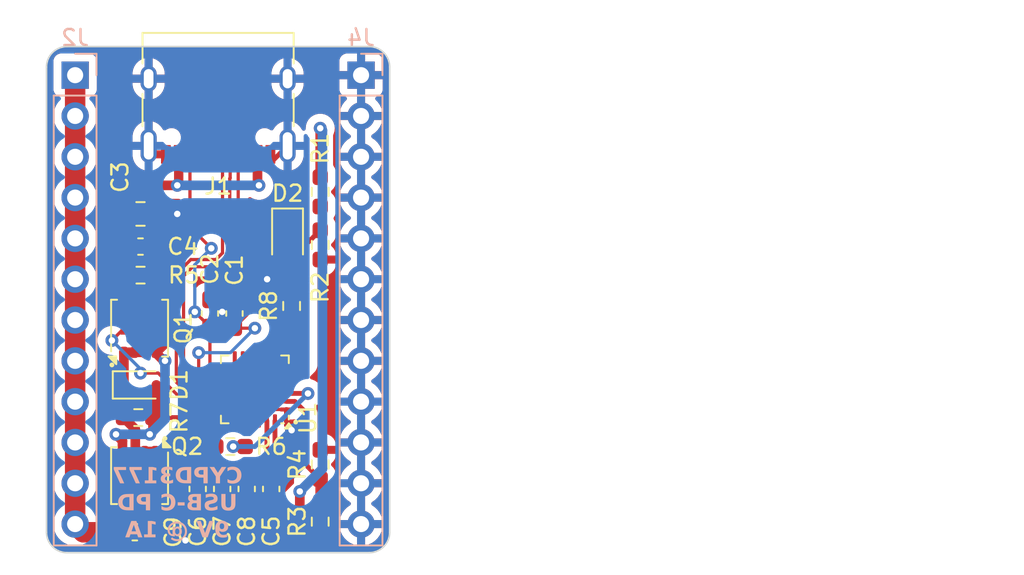
<source format=kicad_pcb>
(kicad_pcb (version 20240108) (generator "pcbnew") (generator_version "8.0")
  (title_block (title "CYPD3177-LQXQ Evaluation Board") (date "2023-09-22") (rev "v1.7") (company "Hugo Hu"))
  (layers (0 "F.Cu" signal) (31 "B.Cu" signal) (34 "B.Paste" user) (35 "F.Paste" user) (36 "B.SilkS" user "B.Silkscreen") (37 "F.SilkS" user "F.Silkscreen") (38 "B.Mask" user) (39 "F.Mask" user) (44 "Edge.Cuts" user))
  (net 0 "")
  (net 1 "/CC1")
  (net 2 "GND")
  (net 3 "/CC2")
  (net 4 "/VBUSIN")
  (net 5 "Net-(D1-A)")
  (net 6 "Net-(U1-VCCD)")
  (net 7 "+3V3")
  (net 8 "/VBUSOUT")
  (net 9 "Net-(D1-K)")
  (net 10 "Net-(D2-A)")
  (net 13 "Net-(U1-VBUS_FET_EN)")
  (net 14 "Net-(U1-FAULT)")
  (net 24 "/D+")
  (net 25 "/D-")
  (net 26 "Net-(U1-ISNK_COARSE)")
  (net 27 "Net-(U1-VBUS_MAX)")
  (footprint "Resistor_SMD:R_0603_1608Metric_Pad0.98x0.95mm_HandSolder" (layer "F.Cu") (at 135.86 102.7735 90)
    (property "Reference" "R4" (at 0 -1.43 90) (layer "F.SilkS"))
    (property "Value" "1K")
    (fp_line (start -0.254724 -0.5225) (end 0.254724 -0.5225) (stroke (width 0.12)) (layer "F.SilkS"))
    (fp_line (start -0.254724 0.5225) (end 0.254724 0.5225) (stroke (width 0.12)) (layer "F.SilkS"))
    (pad "1" smd roundrect (at -0.9125 0 90) (size 0.975 0.95) (layers "F.Cu" "F.Paste" "F.Mask") (net 27 "Net-(U1-VBUS_MAX)"))
    (pad "2" smd roundrect (at 0.9125 0 90) (size 0.975 0.95) (layers "F.Cu" "F.Paste" "F.Mask") (net 2 "GND"))
  )
  (footprint "Resistor_SMD:R_0603_1608Metric_Pad0.98x0.95mm_HandSolder" (layer "F.Cu") (at 124.5475 99.852)
    (property "Reference" "R7" (at 2.54 0 90) (layer "F.SilkS"))
    (property "Value" "47K")
    (fp_line (start -0.254724 -0.5225) (end 0.254724 -0.5225) (stroke (width 0.12)) (layer "F.SilkS"))
    (fp_line (start -0.254724 0.5225) (end 0.254724 0.5225) (stroke (width 0.12)) (layer "F.SilkS"))
    (pad "1" smd roundrect (at -0.9125 0) (size 0.975 0.95) (layers "F.Cu" "F.Paste" "F.Mask") (net 9 "Net-(D1-K)"))
    (pad "2" smd roundrect (at 0.9125 0) (size 0.975 0.95) (layers "F.Cu" "F.Paste" "F.Mask") (net 5 "Net-(D1-A)"))
  )
  (footprint "Library:SOFNG_MC-311D_12P_Female_USB-C_Connector" (layer "F.Cu") (at 129.51 79.81 180)
    (property "Reference" "J1" (at 0 -5.645 0) (layer "F.SilkS"))
    (property "Value" "USB-C Power")
    (fp_line (start 4.7 2) (end 4.7 3.9) (stroke (width 0.12)) (layer "F.SilkS"))
    (fp_line (start 4.7 -1.9) (end 4.7 0.1) (stroke (width 0.12)) (layer "F.SilkS"))
    (fp_line (start -4.7 3.9) (end 4.7 3.9) (stroke (width 0.12)) (layer "F.SilkS"))
    (fp_line (start -4.7 2) (end -4.7 3.9) (stroke (width 0.12)) (layer "F.SilkS"))
    (fp_line (start -4.7 -1.9) (end -4.7 0.1) (stroke (width 0.12)) (layer "F.SilkS"))
    (pad "" np_thru_hole circle (at -2.89 -2.6 180) (size 0.65 0.65) (drill 0.65) (layers "*.Cu" "*.Mask"))
    (pad "" np_thru_hole circle (at 2.89 -2.6 180) (size 0.65 0.65) (drill 0.65) (layers "*.Cu" "*.Mask"))
    (pad "A1" smd rect (at -3.2512 -3.6576 180) (size 0.6 1.14) (layers "F.Cu" "F.Paste" "F.Mask") (net 2 "GND"))
    (pad "A4" smd rect (at -2.4512 -3.6576 180) (size 0.6 1.14) (layers "F.Cu" "F.Paste" "F.Mask") (net 4 "/VBUSIN"))
    (pad "A5" smd rect (at -1.2512 -3.6576 180) (size 0.3 1.14) (layers "F.Cu" "F.Paste" "F.Mask") (net 1 "/CC1"))
    (pad "A6" smd rect (at -0.2512 -3.6576 180) (size 0.3 1.14) (layers "F.Cu" "F.Paste" "F.Mask") (net 24 "/D+"))
    (pad "A7" smd rect (at 0.2488 -3.6576 180) (size 0.3 1.14) (layers "F.Cu" "F.Paste" "F.Mask") (net 25 "/D-"))
    (pad "A8" smd rect (at 1.2488 -3.6576 180) (size 0.3 1.14) (layers "F.Cu" "F.Paste" "F.Mask"))
    (pad "A9" smd rect (at 2.4488 -3.6576 180) (size 0.6 1.14) (layers "F.Cu" "F.Paste" "F.Mask") (net 4 "/VBUSIN"))
    (pad "A12" smd rect (at 3.2488 -3.6576 180) (size 0.6 1.14) (layers "F.Cu" "F.Paste" "F.Mask") (net 2 "GND"))
    (pad "B1" smd rect (at 3.2488 -3.6576 180) (size 0.6 1.14) (layers "F.Cu" "F.Paste" "F.Mask") (net 2 "GND"))
    (pad "B4" smd rect (at 2.4488 -3.6576 180) (size 0.6 1.14) (layers "F.Cu" "F.Paste" "F.Mask") (net 4 "/VBUSIN"))
    (pad "B5" smd rect (at 1.7488 -3.6576 180) (size 0.3 1.14) (layers "F.Cu" "F.Paste" "F.Mask") (net 3 "/CC2"))
    (pad "B6" smd rect (at 0.7488 -3.6576 180) (size 0.3 1.14) (layers "F.Cu" "F.Paste" "F.Mask") (net 24 "/D+"))
    (pad "B7" smd rect (at -0.7512 -3.6576 180) (size 0.3 1.14) (layers "F.Cu" "F.Paste" "F.Mask") (net 25 "/D-"))
    (pad "B8" smd rect (at -1.7512 -3.6576 180) (size 0.3 1.14) (layers "F.Cu" "F.Paste" "F.Mask"))
    (pad "B9" smd rect (at -2.4512 -3.6576 180) (size 0.6 1.14) (layers "F.Cu" "F.Paste" "F.Mask") (net 4 "/VBUSIN"))
    (pad "B12" smd rect (at -3.2512 -3.6576 180) (size 0.6 1.14) (layers "F.Cu" "F.Paste" "F.Mask") (net 2 "GND"))
    (pad "S1" thru_hole oval (at -4.32 -3.13 180) (size 1 2.1) (drill oval 0.6 1.7) (layers "*.Cu" "*.Mask") (net 2 "GND"))
    (pad "S1" thru_hole oval (at -4.32 1.05 180) (size 1 1.6) (drill oval 0.6 1.2) (layers "*.Cu" "*.Mask") (net 2 "GND"))
    (pad "S1" thru_hole oval (at 4.32 -3.13 180) (size 1 2.1) (drill oval 0.6 1.7) (layers "*.Cu" "*.Mask") (net 2 "GND"))
    (pad "S1" thru_hole oval (at 4.32 1.05 180) (size 1 1.6) (drill oval 0.6 1.2) (layers "*.Cu" "*.Mask") (net 2 "GND"))
  )
  (footprint "Capacitor_SMD:C_0603_1608Metric_Pad1.08x0.95mm_HandSolder" (layer "F.Cu") (at 129.764 104.2945 -90)
    (property "Reference" "C7" (at 2.6405 0 90) (layer "F.SilkS"))
    (property "Value" "0.1uF")
    (fp_line (start -0.146267 0.51) (end 0.146267 0.51) (stroke (width 0.12)) (layer "F.SilkS"))
    (fp_line (start -0.146267 -0.51) (end 0.146267 -0.51) (stroke (width 0.12)) (layer "F.SilkS"))
    (pad "1" smd roundrect (at -0.8625 0 270) (size 1.075 0.95) (layers "F.Cu" "F.Paste" "F.Mask") (net 7 "+3V3"))
    (pad "2" smd roundrect (at 0.8625 0 270) (size 1.075 0.95) (layers "F.Cu" "F.Paste" "F.Mask") (net 2 "GND"))
  )
  (footprint "Capacitor_SMD:C_0603_1608Metric_Pad1.08x0.95mm_HandSolder" (layer "F.Cu") (at 124.3295 106.988)
    (property "Reference" "C9" (at 2.3865 0 90) (layer "F.SilkS"))
    (property "Value" "1uF")
    (fp_line (start -0.146267 -0.51) (end 0.146267 -0.51) (stroke (width 0.12)) (layer "F.SilkS"))
    (fp_line (start -0.146267 0.51) (end 0.146267 0.51) (stroke (width 0.12)) (layer "F.SilkS"))
    (pad "1" smd roundrect (at -0.8625 0) (size 1.075 0.95) (layers "F.Cu" "F.Paste" "F.Mask") (net 8 "/VBUSOUT"))
    (pad "2" smd roundrect (at 0.8625 0) (size 1.075 0.95) (layers "F.Cu" "F.Paste" "F.Mask") (net 2 "GND"))
  )
  (footprint "Resistor_SMD:R_0603_1608Metric_Pad0.98x0.95mm_HandSolder" (layer "F.Cu") (at 135.86 106.3295 90)
    (property "Reference" "R3" (at 0 -1.43 90) (layer "F.SilkS"))
    (property "Value" "5.1K")
    (fp_line (start -0.254724 -0.5225) (end 0.254724 -0.5225) (stroke (width 0.12)) (layer "F.SilkS"))
    (fp_line (start -0.254724 0.5225) (end 0.254724 0.5225) (stroke (width 0.12)) (layer "F.SilkS"))
    (pad "1" smd roundrect (at -0.9125 0 90) (size 0.975 0.95) (layers "F.Cu" "F.Paste" "F.Mask") (net 7 "+3V3"))
    (pad "2" smd roundrect (at 0.9125 0 90) (size 0.975 0.95) (layers "F.Cu" "F.Paste" "F.Mask") (net 27 "Net-(U1-VBUS_MAX)"))
  )
  (footprint "Capacitor_SMD:C_0603_1608Metric_Pad1.08x0.95mm_HandSolder" (layer "F.Cu") (at 128.24 104.2945 -90)
    (property "Reference" "C6" (at 2.6405 0 90) (layer "F.SilkS"))
    (property "Value" "1uF")
    (fp_line (start -0.146267 0.51) (end 0.146267 0.51) (stroke (width 0.12)) (layer "F.SilkS"))
    (fp_line (start -0.146267 -0.51) (end 0.146267 -0.51) (stroke (width 0.12)) (layer "F.SilkS"))
    (pad "1" smd roundrect (at -0.8625 0 270) (size 1.075 0.95) (layers "F.Cu" "F.Paste" "F.Mask") (net 7 "+3V3"))
    (pad "2" smd roundrect (at 0.8625 0 270) (size 1.075 0.95) (layers "F.Cu" "F.Paste" "F.Mask") (net 2 "GND"))
  )
  (footprint "Package_SON:Diodes_PowerDI3333-8" (layer "F.Cu") (at 124.627 103.464 -90)
    (property "Reference" "Q2" (at -1.8132 -2.9572 0) (layer "F.SilkS"))
    (property "Value" "DMP3013SFV")
    (fp_line (start -1.77 1.77) (end 1.77 1.77) (stroke (width 0.12)) (layer "F.SilkS"))
    (fp_line (start -1.77 1.77) (end -1.77 1.4) (stroke (width 0.12)) (layer "F.SilkS"))
    (fp_line (start 1.77 1.77) (end 1.77 1.4) (stroke (width 0.12)) (layer "F.SilkS"))
    (fp_line (start 1.77 -1.77) (end 1.77 -1.4) (stroke (width 0.12)) (layer "F.SilkS"))
    (fp_line (start 1.77 -1.77) (end -1.44 -1.77) (stroke (width 0.12)) (layer "F.SilkS"))
    (fp_poly (pts (xy -1.76 -1.45) (xy -2.24 -1.45) (xy -1.76 -1.93) (xy -1.76 -1.45)) (stroke (width 0.12)) (fill solid) (layer "F.SilkS"))
    (pad "1" smd roundrect (at -1.5 -0.975 270) (size 0.7 0.42) (layers "F.Cu" "F.Paste" "F.Mask") (net 9 "Net-(D1-K)"))
    (pad "2" smd roundrect (at -1.5 -0.325 270) (size 0.7 0.42) (layers "F.Cu" "F.Paste" "F.Mask") (net 9 "Net-(D1-K)"))
    (pad "3" smd roundrect (at -1.5 0.325 270) (size 0.7 0.42) (layers "F.Cu" "F.Paste" "F.Mask") (net 9 "Net-(D1-K)"))
    (pad "4" smd roundrect (at -1.5 0.975 270) (size 0.7 0.42) (layers "F.Cu" "F.Paste" "F.Mask") (net 5 "Net-(D1-A)"))
    (pad "5" smd custom (at 0.455 0 270) (size 1.71 2.37) (layers "F.Cu" "F.Mask") (net 8 "/VBUSOUT") (options (clearance outline) (anchor rect)) (primitives (gr_poly (pts (xy 1.395 1.185) (xy 0.855 1.185) (xy 0.855 0.765) (xy 1.395 0.765)) (width 0) (fill yes)) (gr_poly (pts (xy 1.395 0.535) (xy 0.855 0.535) (xy 0.855 0.115) (xy 1.395 0.115)) (width 0) (fill yes)) (gr_poly (pts (xy 1.395 -0.115) (xy 0.855 -0.115) (xy 0.855 -0.535) (xy 1.395 -0.535)) (width 0) (fill yes)) (gr_poly (pts (xy 1.395 -0.765) (xy 0.855 -0.765) (xy 0.855 -1.185) (xy 1.395 -1.185)) (width 0) (fill yes))))
  )
  (footprint "Package_DFN_QFN:QFN-24-1EP_4x4mm_P0.5mm_EP2.7x2.7mm" (layer "F.Cu") (at 131.796 98.098 180)
    (property "Reference" "U1" (at -3.302 -1.778 -90) (layer "F.SilkS"))
    (property "Value" "CYPD3177")
    (fp_line (start 2.11 2.11) (end 2.11 1.635) (stroke (width 0.12)) (layer "F.SilkS"))
    (fp_line (start 2.11 -2.11) (end 2.11 -1.635) (stroke (width 0.12)) (layer "F.SilkS"))
    (fp_line (start 1.635 2.11) (end 2.11 2.11) (stroke (width 0.12)) (layer "F.SilkS"))
    (fp_line (start 1.635 -2.11) (end 2.11 -2.11) (stroke (width 0.12)) (layer "F.SilkS"))
    (fp_line (start -1.635 2.11) (end -2.11 2.11) (stroke (width 0.12)) (layer "F.SilkS"))
    (fp_line (start -1.635 -2.11) (end -1.81 -2.11) (stroke (width 0.12)) (layer "F.SilkS"))
    (fp_line (start -2.11 2.11) (end -2.11 1.635) (stroke (width 0.12)) (layer "F.SilkS"))
    (fp_line (start -2.11 -1.635) (end -2.11 -1.87) (stroke (width 0.12)) (layer "F.SilkS"))
    (fp_poly (pts (xy -2.11 -2.11) (xy -2.35 -2.44) (xy -1.87 -2.44) (xy -2.11 -2.11)) (stroke (width 0.12)) (fill solid) (layer "F.SilkS"))
    (pad "1" smd roundrect (at -1.9625 -1.25 180) (size 0.825 0.25) (layers "F.Cu" "F.Paste" "F.Mask") (net 2 "GND"))
    (pad "2" smd roundrect (at -1.9625 -0.75 180) (size 0.825 0.25) (layers "F.Cu" "F.Paste" "F.Mask") (net 27 "Net-(U1-VBUS_MAX)"))
    (pad "3" smd roundrect (at -1.9625 -0.25 180) (size 0.825 0.25) (layers "F.Cu" "F.Paste" "F.Mask") (net 13 "Net-(U1-VBUS_FET_EN)"))
    (pad "4" smd roundrect (at -1.9625 0.25 180) (size 0.825 0.25) (layers "F.Cu" "F.Paste" "F.Mask"))
    (pad "5" smd roundrect (at -1.9625 0.75 180) (size 0.825 0.25) (layers "F.Cu" "F.Paste" "F.Mask") (net 26 "Net-(U1-ISNK_COARSE)"))
    (pad "6" smd roundrect (at -1.9625 1.25 180) (size 0.825 0.25) (layers "F.Cu" "F.Paste" "F.Mask") (net 2 "GND"))
    (pad "7" smd roundrect (at -1.25 1.9625 180) (size 0.25 0.825) (layers "F.Cu" "F.Paste" "F.Mask"))
    (pad "8" smd roundrect (at -0.75 1.9625 180) (size 0.25 0.825) (layers "F.Cu" "F.Paste" "F.Mask"))
    (pad "9" smd roundrect (at -0.25 1.9625 180) (size 0.25 0.825) (layers "F.Cu" "F.Paste" "F.Mask") (net 14 "Net-(U1-FAULT)"))
    (pad "10" smd roundrect (at 0.25 1.9625 180) (size 0.25 0.825) (layers "F.Cu" "F.Paste" "F.Mask"))
    (pad "11" smd roundrect (at 0.75 1.9625 180) (size 0.25 0.825) (layers "F.Cu" "F.Paste" "F.Mask"))
    (pad "12" smd roundrect (at 1.25 1.9625 180) (size 0.25 0.825) (layers "F.Cu" "F.Paste" "F.Mask"))
    (pad "13" smd roundrect (at 1.9625 1.25 180) (size 0.825 0.25) (layers "F.Cu" "F.Paste" "F.Mask"))
    (pad "14" smd roundrect (at 1.9625 0.75 180) (size 0.825 0.25) (layers "F.Cu" "F.Paste" "F.Mask") (net 3 "/CC2"))
    (pad "15" smd roundrect (at 1.9625 0.25 180) (size 0.825 0.25) (layers "F.Cu" "F.Paste" "F.Mask") (net 1 "/CC1"))
    (pad "16" smd roundrect (at 1.9625 -0.25 180) (size 0.825 0.25) (layers "F.Cu" "F.Paste" "F.Mask") (net 25 "/D-"))
    (pad "17" smd roundrect (at 1.9625 -0.75 180) (size 0.825 0.25) (layers "F.Cu" "F.Paste" "F.Mask") (net 24 "/D+"))
    (pad "18" smd roundrect (at 1.9625 -1.25 180) (size 0.825 0.25) (layers "F.Cu" "F.Paste" "F.Mask") (net 4 "/VBUSIN"))
    (pad "19" smd roundrect (at 1.25 -1.9625 180) (size 0.25 0.825) (layers "F.Cu" "F.Paste" "F.Mask") (net 2 "GND"))
    (pad "20" smd roundrect (at 0.75 -1.9625 180) (size 0.25 0.825) (layers "F.Cu" "F.Paste" "F.Mask"))
    (pad "21" smd roundrect (at 0.25 -1.9625 180) (size 0.25 0.825) (layers "F.Cu" "F.Paste" "F.Mask"))
    (pad "22" smd roundrect (at -0.25 -1.9625 180) (size 0.25 0.825) (layers "F.Cu" "F.Paste" "F.Mask") (net 2 "GND"))
    (pad "23" smd roundrect (at -0.75 -1.9625 180) (size 0.25 0.825) (layers "F.Cu" "F.Paste" "F.Mask") (net 7 "+3V3"))
    (pad "24" smd roundrect (at -1.25 -1.9625 180) (size 0.25 0.825) (layers "F.Cu" "F.Paste" "F.Mask") (net 6 "Net-(U1-VCCD)"))
    (pad "25" smd rect (at 0 0 180) (size 2.7 2.7) (property pad_prop_heatsink) (layers "F.Cu" "F.Mask") (net 2 "GND"))
  )
  (footprint "Capacitor_SMD:C_0603_1608Metric_Pad1.08x0.95mm_HandSolder" (layer "F.Cu") (at 132.812 104.2945 -90)
    (property "Reference" "C5" (at 2.6405 0 90) (layer "F.SilkS"))
    (property "Value" "1uF")
    (fp_line (start -0.146267 0.51) (end 0.146267 0.51) (stroke (width 0.12)) (layer "F.SilkS"))
    (fp_line (start -0.146267 -0.51) (end 0.146267 -0.51) (stroke (width 0.12)) (layer "F.SilkS"))
    (pad "1" smd roundrect (at -0.8625 0 270) (size 1.075 0.95) (layers "F.Cu" "F.Paste" "F.Mask") (net 6 "Net-(U1-VCCD)"))
    (pad "2" smd roundrect (at 0.8625 0 270) (size 1.075 0.95) (layers "F.Cu" "F.Paste" "F.Mask") (net 2 "GND"))
  )
  (footprint "Diode_SMD:D_SOD-323F" (layer "F.Cu") (at 124.571 97.82)
    (property "Reference" "D1" (at 2.5165 0 90) (layer "F.SilkS"))
    (property "Value" "15V")
    (fp_line (start -1.61 -0.85) (end -1.61 0.85) (stroke (width 0.12)) (layer "F.SilkS"))
    (fp_line (start -1.61 -0.85) (end 1.05 -0.85) (stroke (width 0.12)) (layer "F.SilkS"))
    (fp_line (start -1.61 0.85) (end 1.05 0.85) (stroke (width 0.12)) (layer "F.SilkS"))
    (pad "1" smd roundrect (at -1.1 0) (size 0.5 0.5) (layers "F.Cu" "F.Paste" "F.Mask") (net 9 "Net-(D1-K)"))
    (pad "2" smd roundrect (at 1.1 0) (size 0.5 0.5) (layers "F.Cu" "F.Paste" "F.Mask") (net 5 "Net-(D1-A)"))
  )
  (footprint "Resistor_SMD:R_0603_1608Metric_Pad0.98x0.95mm_HandSolder" (layer "F.Cu") (at 130.272 101.654)
    (property "Reference" "R6" (at 2.54 0 0) (layer "F.SilkS"))
    (property "Value" "1K")
    (fp_line (start -0.254724 -0.5225) (end 0.254724 -0.5225) (stroke (width 0.12)) (layer "F.SilkS"))
    (fp_line (start -0.254724 0.5225) (end 0.254724 0.5225) (stroke (width 0.12)) (layer "F.SilkS"))
    (pad "1" smd roundrect (at -0.9125 0) (size 0.975 0.95) (layers "F.Cu" "F.Paste" "F.Mask") (net 5 "Net-(D1-A)"))
    (pad "2" smd roundrect (at 0.9125 0) (size 0.975 0.95) (layers "F.Cu" "F.Paste" "F.Mask") (net 13 "Net-(U1-VBUS_FET_EN)"))
  )
  (footprint "Resistor_SMD:R_0603_1608Metric_Pad0.98x0.95mm_HandSolder" (layer "F.Cu") (at 135.86 89.1045 -90)
    (property "Reference" "R2" (at 2.6435 0 90) (layer "F.SilkS"))
    (property "Value" "1K")
    (fp_line (start -0.254724 0.5225) (end 0.254724 0.5225) (stroke (width 0.12)) (layer "F.SilkS"))
    (fp_line (start -0.254724 -0.5225) (end 0.254724 -0.5225) (stroke (width 0.12)) (layer "F.SilkS"))
    (pad "1" smd roundrect (at -0.9125 0 270) (size 0.975 0.95) (layers "F.Cu" "F.Paste" "F.Mask") (net 26 "Net-(U1-ISNK_COARSE)"))
    (pad "2" smd roundrect (at 0.9125 0 270) (size 0.975 0.95) (layers "F.Cu" "F.Paste" "F.Mask") (net 2 "GND"))
  )
  (footprint "Capacitor_SMD:C_0603_1608Metric_Pad1.08x0.95mm_HandSolder" (layer "F.Cu") (at 130.526 93.3725 90)
    (property "Reference" "C1" (at 2.6935 0 90) (layer "F.SilkS"))
    (property "Value" "390pF")
    (fp_line (start -0.146267 -0.51) (end 0.146267 -0.51) (stroke (width 0.12)) (layer "F.SilkS"))
    (fp_line (start -0.146267 0.51) (end 0.146267 0.51) (stroke (width 0.12)) (layer "F.SilkS"))
    (pad "1" smd roundrect (at -0.8625 0 90) (size 1.075 0.95) (layers "F.Cu" "F.Paste" "F.Mask") (net 1 "/CC1"))
    (pad "2" smd roundrect (at 0.8625 0 90) (size 1.075 0.95) (layers "F.Cu" "F.Paste" "F.Mask") (net 2 "GND"))
  )
  (footprint "LED_SMD:LED_0805_2012Metric_Pad1.15x1.40mm_HandSolder" (layer "F.Cu") (at 133.828 88.7 -90)
    (property "Reference" "D2" (at -2.803 0 180) (layer "F.SilkS"))
    (property "Value" "LED_Small")
    (fp_line (start -1.86 0.96) (end 1 0.96) (stroke (width 0.12)) (layer "F.SilkS"))
    (fp_line (start -1.86 -0.96) (end -1.86 0.96) (stroke (width 0.12)) (layer "F.SilkS"))
    (fp_line (start 1 -0.96) (end -1.86 -0.96) (stroke (width 0.12)) (layer "F.SilkS"))
    (pad "1" smd roundrect (at -1.025 0 270) (size 1.15 1.4) (layers "F.Cu" "F.Paste" "F.Mask") (roundrect_rratio 0.2173913043) (net 2 "GND"))
    (pad "2" smd roundrect (at 1.025 0 270) (size 1.15 1.4) (layers "F.Cu" "F.Paste" "F.Mask") (roundrect_rratio 0.2173913043) (net 10 "Net-(D2-A)"))
  )
  (footprint "Resistor_SMD:R_0603_1608Metric_Pad0.98x0.95mm_HandSolder" (layer "F.Cu") (at 134.082 92.9055 90)
    (property "Reference" "R8" (at 0 -1.43 90) (layer "F.SilkS"))
    (property "Value" "2K4")
    (fp_line (start -0.254724 -0.5225) (end 0.254724 -0.5225) (stroke (width 0.12)) (layer "F.SilkS"))
    (fp_line (start -0.254724 0.5225) (end 0.254724 0.5225) (stroke (width 0.12)) (layer "F.SilkS"))
    (pad "1" smd roundrect (at -0.9125 0 90) (size 0.975 0.95) (layers "F.Cu" "F.Paste" "F.Mask") (net 14 "Net-(U1-FAULT)"))
    (pad "2" smd roundrect (at 0.9125 0 90) (size 0.975 0.95) (layers "F.Cu" "F.Paste" "F.Mask") (net 10 "Net-(D2-A)"))
  )
  (footprint "Resistor_SMD:R_0603_1608Metric_Pad0.98x0.95mm_HandSolder" (layer "F.Cu") (at 124.687 90.986)
    (property "Reference" "R5" (at 2.6905 0 0) (layer "F.SilkS"))
    (property "Value" "10K")
    (fp_line (start -0.254724 -0.5225) (end 0.254724 -0.5225) (stroke (width 0.12)) (layer "F.SilkS"))
    (fp_line (start -0.254724 0.5225) (end 0.254724 0.5225) (stroke (width 0.12)) (layer "F.SilkS"))
    (pad "1" smd roundrect (at -0.9125 0) (size 0.975 0.95) (layers "F.Cu" "F.Paste" "F.Mask") (net 4 "/VBUSIN"))
    (pad "2" smd roundrect (at 0.9125 0) (size 0.975 0.95) (layers "F.Cu" "F.Paste" "F.Mask") (net 5 "Net-(D1-A)"))
  )
  (footprint "Capacitor_SMD:C_0603_1608Metric_Pad1.08x0.95mm_HandSolder" (layer "F.Cu") (at 131.288 104.2945 -90)
    (property "Reference" "C8" (at 2.6405 0 90) (layer "F.SilkS"))
    (property "Value" "0.1uF")
    (fp_line (start -0.146267 0.51) (end 0.146267 0.51) (stroke (width 0.12)) (layer "F.SilkS"))
    (fp_line (start -0.146267 -0.51) (end 0.146267 -0.51) (stroke (width 0.12)) (layer "F.SilkS"))
    (pad "1" smd roundrect (at -0.8625 0 270) (size 1.075 0.95) (layers "F.Cu" "F.Paste" "F.Mask") (net 7 "+3V3"))
    (pad "2" smd roundrect (at 0.8625 0 270) (size 1.075 0.95) (layers "F.Cu" "F.Paste" "F.Mask") (net 2 "GND"))
  )
  (footprint "Capacitor_SMD:C_0805_2012Metric_Pad1.18x1.45mm_HandSolder" (layer "F.Cu") (at 124.684 87.176)
    (property "Reference" "C3" (at -1.27 -2.286 90) (layer "F.SilkS"))
    (property "Value" "3.3uF")
    (fp_line (start -0.261252 -0.735) (end 0.261252 -0.735) (stroke (width 0.12)) (layer "F.SilkS"))
    (fp_line (start -0.261252 0.735) (end 0.261252 0.735) (stroke (width 0.12)) (layer "F.SilkS"))
    (pad "1" smd roundrect (at -1.0375 0) (size 1.175 1.45) (layers "F.Cu" "F.Paste" "F.Mask") (roundrect_rratio 0.2127659574) (net 4 "/VBUSIN"))
    (pad "2" smd roundrect (at 1.0375 0) (size 1.175 1.45) (layers "F.Cu" "F.Paste" "F.Mask") (roundrect_rratio 0.2127659574) (net 2 "GND"))
  )
  (footprint "Resistor_SMD:R_0603_1608Metric_Pad0.98x0.95mm_HandSolder" (layer "F.Cu") (at 135.86 85.8025 -90)
    (property "Reference" "R1" (at -2.6905 0 90) (layer "F.SilkS"))
    (property "Value" "5.1K")
    (fp_line (start -0.254724 0.5225) (end 0.254724 0.5225) (stroke (width 0.12)) (layer "F.SilkS"))
    (fp_line (start -0.254724 -0.5225) (end 0.254724 -0.5225) (stroke (width 0.12)) (layer "F.SilkS"))
    (pad "1" smd roundrect (at -0.9125 0 270) (size 0.975 0.95) (layers "F.Cu" "F.Paste" "F.Mask") (net 7 "+3V3"))
    (pad "2" smd roundrect (at 0.9125 0 270) (size 0.975 0.95) (layers "F.Cu" "F.Paste" "F.Mask") (net 26 "Net-(U1-ISNK_COARSE)"))
  )
  (footprint "Capacitor_SMD:C_0603_1608Metric_Pad1.08x0.95mm_HandSolder" (layer "F.Cu") (at 129.002 93.3725 90)
    (property "Reference" "C2" (at 2.764 0 90) (layer "F.SilkS"))
    (property "Value" "390pF")
    (fp_line (start -0.146267 -0.51) (end 0.146267 -0.51) (stroke (width 0.12)) (layer "F.SilkS"))
    (fp_line (start -0.146267 0.51) (end 0.146267 0.51) (stroke (width 0.12)) (layer "F.SilkS"))
    (pad "1" smd roundrect (at -0.8625 0 90) (size 1.075 0.95) (layers "F.Cu" "F.Paste" "F.Mask") (net 3 "/CC2"))
    (pad "2" smd roundrect (at 0.8625 0 90) (size 1.075 0.95) (layers "F.Cu" "F.Paste" "F.Mask") (net 2 "GND"))
  )
  (footprint "Package_SON:Diodes_PowerDI3333-8" (layer "F.Cu") (at 124.627 94.288 90)
    (property "Reference" "Q1" (at 0 2.7145 90) (layer "F.SilkS"))
    (property "Value" "DMP3013SFV")
    (fp_line (start 1.77 -1.77) (end -1.44 -1.77) (stroke (width 0.12)) (layer "F.SilkS"))
    (fp_line (start 1.77 -1.77) (end 1.77 -1.4) (stroke (width 0.12)) (layer "F.SilkS"))
    (fp_line (start 1.77 1.77) (end 1.77 1.4) (stroke (width 0.12)) (layer "F.SilkS"))
    (fp_line (start -1.77 1.77) (end -1.77 1.4) (stroke (width 0.12)) (layer "F.SilkS"))
    (fp_line (start -1.77 1.77) (end 1.77 1.77) (stroke (width 0.12)) (layer "F.SilkS"))
    (fp_poly (pts (xy -1.76 -1.45) (xy -2.24 -1.45) (xy -1.76 -1.93) (xy -1.76 -1.45)) (stroke (width 0.12)) (fill solid) (layer "F.SilkS"))
    (pad "1" smd roundrect (at -1.5 -0.975 90) (size 0.7 0.42) (layers "F.Cu" "F.Paste" "F.Mask") (net 9 "Net-(D1-K)"))
    (pad "2" smd roundrect (at -1.5 -0.325 90) (size 0.7 0.42) (layers "F.Cu" "F.Paste" "F.Mask") (net 9 "Net-(D1-K)"))
    (pad "3" smd roundrect (at -1.5 0.325 90) (size 0.7 0.42) (layers "F.Cu" "F.Paste" "F.Mask") (net 9 "Net-(D1-K)"))
    (pad "4" smd roundrect (at -1.5 0.975 90) (size 0.7 0.42) (layers "F.Cu" "F.Paste" "F.Mask") (net 5 "Net-(D1-A)"))
    (pad "5" smd custom (at 0.455 0 90) (size 1.71 2.37) (layers "F.Cu" "F.Mask") (net 4 "/VBUSIN") (options (clearance outline) (anchor rect)) (primitives (gr_poly (pts (xy 1.395 1.185) (xy 0.855 1.185) (xy 0.855 0.765) (xy 1.395 0.765)) (width 0) (fill yes)) (gr_poly (pts (xy 1.395 0.535) (xy 0.855 0.535) (xy 0.855 0.115) (xy 1.395 0.115)) (width 0) (fill yes)) (gr_poly (pts (xy 1.395 -0.115) (xy 0.855 -0.115) (xy 0.855 -0.535) (xy 1.395 -0.535)) (width 0) (fill yes)) (gr_poly (pts (xy 1.395 -0.765) (xy 0.855 -0.765) (xy 0.855 -1.185) (xy 1.395 -1.185)) (width 0) (fill yes))))
  )
  (footprint "Capacitor_SMD:C_0603_1608Metric_Pad1.08x0.95mm_HandSolder" (layer "F.Cu") (at 124.684 89.208)
    (property "Reference" "C4" (at 2.6405 0 0) (layer "F.SilkS"))
    (property "Value" "1uF")
    (fp_line (start -0.146267 -0.51) (end 0.146267 -0.51) (stroke (width 0.12)) (layer "F.SilkS"))
    (fp_line (start -0.146267 0.51) (end 0.146267 0.51) (stroke (width 0.12)) (layer "F.SilkS"))
    (pad "1" smd roundrect (at -0.8625 0) (size 1.075 0.95) (layers "F.Cu" "F.Paste" "F.Mask") (net 4 "/VBUSIN"))
    (pad "2" smd roundrect (at 0.8625 0) (size 1.075 0.95) (layers "F.Cu" "F.Paste" "F.Mask") (net 5 "Net-(D1-A)"))
  )
  (footprint "Connector_PinHeader_2.54mm:PinHeader_1x12_P2.54mm_Vertical" (layer "B.Cu") (at 138.4 78.54 180)
    (property "Reference" "J4" (at 0 2.33 0) (layer "B.SilkS") (effects (justify mirror)))
    (property "Value" "Conn_01x12")
    (fp_line (start 1.33 -1.27) (end 1.33 -29.27) (stroke (width 0.12)) (layer "B.SilkS"))
    (fp_line (start -1.33 1.33) (end 0 1.33) (stroke (width 0.12)) (layer "B.SilkS"))
    (fp_line (start -1.33 0) (end -1.33 1.33) (stroke (width 0.12)) (layer "B.SilkS"))
    (fp_line (start -1.33 -1.27) (end 1.33 -1.27) (stroke (width 0.12)) (layer "B.SilkS"))
    (fp_line (start -1.33 -1.27) (end -1.33 -29.27) (stroke (width 0.12)) (layer "B.SilkS"))
    (fp_line (start -1.33 -29.27) (end 1.33 -29.27) (stroke (width 0.12)) (layer "B.SilkS"))
    (pad "1" thru_hole rect (at 0 0 180) (size 1.7 1.7) (drill 1) (layers "*.Cu" "*.Mask") (net 2 "GND"))
    (pad "2" thru_hole oval (at 0 -2.54 180) (size 1.7 1.7) (drill 1) (layers "*.Cu" "*.Mask") (net 2 "GND"))
    (pad "3" thru_hole oval (at 0 -5.08 180) (size 1.7 1.7) (drill 1) (layers "*.Cu" "*.Mask") (net 2 "GND"))
    (pad "4" thru_hole oval (at 0 -7.62 180) (size 1.7 1.7) (drill 1) (layers "*.Cu" "*.Mask") (net 2 "GND"))
    (pad "5" thru_hole oval (at 0 -10.16 180) (size 1.7 1.7) (drill 1) (layers "*.Cu" "*.Mask") (net 2 "GND"))
    (pad "6" thru_hole oval (at 0 -12.7 180) (size 1.7 1.7) (drill 1) (layers "*.Cu" "*.Mask") (net 2 "GND"))
    (pad "7" thru_hole oval (at 0 -15.24 180) (size 1.7 1.7) (drill 1) (layers "*.Cu" "*.Mask") (net 2 "GND"))
    (pad "8" thru_hole oval (at 0 -17.78 180) (size 1.7 1.7) (drill 1) (layers "*.Cu" "*.Mask") (net 2 "GND"))
    (pad "9" thru_hole oval (at 0 -20.32 180) (size 1.7 1.7) (drill 1) (layers "*.Cu" "*.Mask") (net 2 "GND"))
    (pad "10" thru_hole oval (at 0 -22.86 180) (size 1.7 1.7) (drill 1) (layers "*.Cu" "*.Mask") (net 2 "GND"))
    (pad "11" thru_hole oval (at 0 -25.4 180) (size 1.7 1.7) (drill 1) (layers "*.Cu" "*.Mask") (net 2 "GND"))
    (pad "12" thru_hole oval (at 0 -27.94 180) (size 1.7 1.7) (drill 1) (layers "*.Cu" "*.Mask") (net 2 "GND"))
  )
  (footprint "Connector_PinHeader_2.54mm:PinHeader_1x12_P2.54mm_Vertical" (layer "B.Cu") (at 120.62 78.54 180)
    (property "Reference" "J2" (at 0 2.33 0) (layer "B.SilkS") (effects (justify mirror)))
    (property "Value" "Conn_01x12")
    (fp_line (start 1.33 -1.27) (end 1.33 -29.27) (stroke (width 0.12)) (layer "B.SilkS"))
    (fp_line (start -1.33 1.33) (end 0 1.33) (stroke (width 0.12)) (layer "B.SilkS"))
    (fp_line (start -1.33 0) (end -1.33 1.33) (stroke (width 0.12)) (layer "B.SilkS"))
    (fp_line (start -1.33 -1.27) (end 1.33 -1.27) (stroke (width 0.12)) (layer "B.SilkS"))
    (fp_line (start -1.33 -1.27) (end -1.33 -29.27) (stroke (width 0.12)) (layer "B.SilkS"))
    (fp_line (start -1.33 -29.27) (end 1.33 -29.27) (stroke (width 0.12)) (layer "B.SilkS"))
    (pad "1" thru_hole rect (at 0 0 180) (size 1.7 1.7) (drill 1) (layers "*.Cu" "*.Mask") (net 8 "/VBUSOUT"))
    (pad "2" thru_hole oval (at 0 -2.54 180) (size 1.7 1.7) (drill 1) (layers "*.Cu" "*.Mask") (net 8 "/VBUSOUT"))
    (pad "3" thru_hole oval (at 0 -5.08 180) (size 1.7 1.7) (drill 1) (layers "*.Cu" "*.Mask") (net 8 "/VBUSOUT"))
    (pad "4" thru_hole oval (at 0 -7.62 180) (size 1.7 1.7) (drill 1) (layers "*.Cu" "*.Mask") (net 8 "/VBUSOUT"))
    (pad "5" thru_hole oval (at 0 -10.16 180) (size 1.7 1.7) (drill 1) (layers "*.Cu" "*.Mask") (net 8 "/VBUSOUT"))
    (pad "6" thru_hole oval (at 0 -12.7 180) (size 1.7 1.7) (drill 1) (layers "*.Cu" "*.Mask") (net 8 "/VBUSOUT"))
    (pad "7" thru_hole oval (at 0 -15.24 180) (size 1.7 1.7) (drill 1) (layers "*.Cu" "*.Mask") (net 8 "/VBUSOUT"))
    (pad "8" thru_hole oval (at 0 -17.78 180) (size 1.7 1.7) (drill 1) (layers "*.Cu" "*.Mask") (net 8 "/VBUSOUT"))
    (pad "9" thru_hole oval (at 0 -20.32 180) (size 1.7 1.7) (drill 1) (layers "*.Cu" "*.Mask") (net 8 "/VBUSOUT"))
    (pad "10" thru_hole oval (at 0 -22.86 180) (size 1.7 1.7) (drill 1) (layers "*.Cu" "*.Mask") (net 8 "/VBUSOUT"))
    (pad "11" thru_hole oval (at 0 -25.4 180) (size 1.7 1.7) (drill 1) (layers "*.Cu" "*.Mask") (net 8 "/VBUSOUT"))
    (pad "12" thru_hole oval (at 0 -27.94 180) (size 1.7 1.7) (drill 1) (layers "*.Cu" "*.Mask") (net 8 "/VBUSOUT"))
  )
  (gr_circle (center 126.208 101.146) (end 126.208 101.146) (stroke (width 0.15)) (fill none) (layer "F.SilkS"))
  (gr_circle (center 122.906 96.574) (end 122.906 96.574) (stroke (width 0.15)) (fill none) (layer "F.SilkS"))
  (gr_circle (center 134.336 100.13) (end 134.336 100.13) (stroke (width 0.15)) (fill none) (layer "F.SilkS"))
  (gr_line (start 120.112 108.258) (end 138.908 108.258) (stroke (width 0.1)) (layer "Edge.Cuts"))
  (gr_arc (start 118.842 78.032) (mid 119.213974 77.133974) (end 120.112 76.762) (stroke (width 0.1)) (layer "Edge.Cuts"))
  (gr_line (start 118.842 78.032) (end 118.842 106.988) (stroke (width 0.1)) (layer "Edge.Cuts"))
  (gr_line (start 138.908 76.762) (end 120.112 76.762) (stroke (width 0.1)) (layer "Edge.Cuts"))
  (gr_arc (start 138.908 76.762) (mid 139.806026 77.133974) (end 140.178 78.032) (stroke (width 0.1)) (layer "Edge.Cuts"))
  (gr_line (start 140.178 106.988) (end 140.178 78.032) (stroke (width 0.1)) (layer "Edge.Cuts"))
  (gr_arc (start 120.112 108.258) (mid 119.213974 107.886026) (end 118.842 106.988) (stroke (width 0.1)) (layer "Edge.Cuts"))
  (gr_arc (start 140.178 106.988) (mid 139.806026 107.886026) (end 138.908 108.258) (stroke (width 0.1)) (layer "Edge.Cuts"))
  (gr_text "CYPD3177\nUSB-C PD\n9V @ 1A" (at 126.97 105.21 0) (layer "B.SilkS") (effects (font (size 1 1) (thickness 0.25) (bold yes)) (justify mirror)))
  (segment (start 131.796 94.288) (end 130.579 94.288) (width 0.2) (layer "F.Cu") (net 1))
  (segment (start 129.8335 97.848) (end 129.342662 97.848) (width 0.2) (layer "F.Cu") (net 1))
  (segment (start 131.301 93.46) (end 131.301 90.237) (width 0.2) (layer "F.Cu") (net 1))
  (segment (start 128.3025 96.807838) (end 128.3025 95.812) (width 0.2) (layer "F.Cu") (net 1))
  (segment (start 130.526 94.235) (end 131.301 93.46) (width 0.2) (layer "F.Cu") (net 1))
  (segment (start 131.301 90.237) (end 130.76 89.696) (width 0.2) (layer "F.Cu") (net 1))
  (segment (start 130.76 89.696) (end 130.76 83.855) (width 0.2) (layer "F.Cu") (net 1))
  (segment (start 129.342662 97.848) (end 128.3025 96.807838) (width 0.2) (layer "F.Cu") (net 1))
  (segment (start 130.579 94.288) (end 130.526 94.235) (width 0.2) (layer "F.Cu") (net 1))
  (via (at 128.3025 95.812) (size 0.8) (drill 0.4) (layers "F.Cu" "B.Cu") (net 1))
  (via (at 131.796 94.288) (size 0.8) (drill 0.4) (layers "F.Cu" "B.Cu") (net 1))
  (segment (start 130.272 95.812) (end 131.796 94.288) (width 0.2) (layer "B.Cu") (net 1))
  (segment (start 128.3025 95.812) (end 130.272 95.812) (width 0.2) (layer "B.Cu") (net 1))
  (segment (start 125.7215 87.176) (end 125.7215 86.8257) (width 0.25) (layer "F.Cu") (net 2))
  (segment (start 133.046 96.848) (end 131.796 98.098) (width 0.2) (layer "F.Cu") (net 2))
  (segment (start 130.546 99.348) (end 131.796 98.098) (width 0.2) (layer "F.Cu") (net 2))
  (segment (start 125.7215 86.8257) (end 126.1872 86.36) (width 0.25) (layer "F.Cu") (net 2))
  (segment (start 132.046 100.0605) (end 132.046 98.348) (width 0.2) (layer "F.Cu") (net 2))
  (segment (start 126.1872 86.36) (end 127.0508 86.36) (width 0.25) (layer "F.Cu") (net 2))
  (segment (start 132.76 83.855) (end 132.915 83.855) (width 0.3) (layer "F.Cu") (net 2))
  (segment (start 133.7585 96.848) (end 133.046 96.848) (width 0.2) (layer "F.Cu") (net 2))
  (segment (start 127.0508 87.0952) (end 126.97 87.176) (width 0.25) (layer "F.Cu") (net 2))
  (segment (start 133.7585 100.3145) (end 134.082 100.638) (width 0.3) (layer "F.Cu") (net 2))
  (segment (start 130.546 100.0605) (end 130.546 99.348) (width 0.2) (layer "F.Cu") (net 2))
  (segment (start 134.082 103.887) (end 134.082 100.638) (width 0.3) (layer "F.Cu") (net 2))
  (segment (start 133.046 99.348) (end 131.796 98.098) (width 0.2) (layer "F.Cu") (net 2))
  (segment (start 133.7585 99.348) (end 133.046 99.348) (width 0.2) (layer "F.Cu") (net 2))
  (segment (start 133.7585 99.348) (end 133.7585 100.3145) (width 0.3) (layer "F.Cu") (net 2))
  (segment (start 132.812 105.157) (end 128.24 105.157) (width 0.3) (layer "F.Cu") (net 2))
  (segment (start 130.526 92.51) (end 129.764 93.272) (width 0.3) (layer "F.Cu") (net 2))
  (segment (start 127.0508 86.36) (end 127.0508 87.0952) (width 0.25) (layer "F.Cu") (net 2))
  (segment (start 132.812 105.157) (end 134.082 103.887) (width 0.3) (layer "F.Cu") (net 2))
  (segment (start 132.915 83.855) (end 133.83 82.94) (width 0.3) (layer "F.Cu") (net 2))
  (segment (start 132.046 98.348) (end 131.796 98.098) (width 0.2) (layer "F.Cu") (net 2))
  (via (at 129.764 93.272) (size 0.8) (drill 0.4) (layers "F.Cu" "B.Cu") (net 2))
  (via (at 127.478 107.496) (size 0.8) (drill 0.4) (layers "F.Cu" "B.Cu") (net 2))
  (via (at 126.97 87.176) (size 0.8) (drill 0.4) (layers "F.Cu" "B.Cu") (net 2))
  (via (at 132.558 91.24) (size 0.8) (drill 0.4) (layers "F.Cu" "B.Cu") (net 2))
  (via (at 134.082 100.638) (size 0.8) (drill 0.4) (layers "F.Cu" "B.Cu") (net 2))
  (segment (start 129.002 96.941652) (end 129.002 94.235) (width 0.2) (layer "F.Cu") (net 3))
  (segment (start 127.76 87.990778) (end 127.76 83.855) (width 0.2) (layer "F.Cu") (net 3))
  (segment (start 129.8335 97.348) (end 129.408348 97.348) (width 0.2) (layer "F.Cu") (net 3))
  (segment (start 129.408348 97.348) (end 129.002 96.941652) (width 0.2) (layer "F.Cu") (net 3))
  (segment (start 129.002 94.235) (end 129.002 94.213) (width 0.2) (layer "F.Cu") (net 3))
  (segment (start 129.0855 89.316278) (end 127.76 87.990778) (width 0.2) (layer "F.Cu") (net 3))
  (segment (start 129.002 94.213) (end 128.061 93.272) (width 0.2) (layer "F.Cu") (net 3))
  (via (at 128.061 93.272) (size 0.8) (drill 0.4) (layers "F.Cu" "B.Cu") (net 3))
  (via (at 129.0855 89.316278) (size 0.8) (drill 0.4) (layers "F.Cu" "B.Cu") (net 3))
  (segment (start 128.061 93.272) (end 128.061 90.340778) (width 0.2) (layer "B.Cu") (net 3))
  (segment (start 128.061 90.340778) (end 129.0855 89.316278) (width 0.2) (layer "B.Cu") (net 3))
  (segment (start 129.8135 99.368) (end 129.8335 99.348) (width 0.2) (layer "F.Cu") (net 4))
  (segment (start 131.96 85.308) (end 131.96 83.855) (width 0.6) (layer "F.Cu") (net 4))
  (segment (start 123.8215 89.208) (end 123.8215 91.6475) (width 0.6) (layer "F.Cu") (net 4))
  (segment (start 127.06 83.855) (end 127.06 85.308) (width 0.58) (layer "F.Cu") (net 4))
  (segment (start 126.271 97.568959) (end 126.271 97.737979) (width 0.2) (layer "F.Cu") (net 4))
  (segment (start 124.627 93.833) (end 124.123 93.833) (width 0.2) (layer "F.Cu") (net 4))
  (segment (start 132.05 85.398) (end 131.96 85.308) (width 0.6) (layer "F.Cu") (net 4))
  (segment (start 126.271 97.737979) (end 127.901021 99.368) (width 0.2) (layer "F.Cu") (net 4))
  (segment (start 123.8215 91.6475) (end 124.627 92.453) (width 0.6) (layer "F.Cu") (net 4))
  (segment (start 123.6465 89.033) (end 123.8215 89.208) (width 0.6) (layer "F.Cu") (net 4))
  (segment (start 124.123 93.833) (end 122.906 95.05) (width 0.2) (layer "F.Cu") (net 4))
  (segment (start 125.784041 97.082) (end 126.271 97.568959) (width 0.2) (layer "F.Cu") (net 4))
  (segment (start 125.4245 85.398) (end 123.6465 87.176) (width 0.6) (layer "F.Cu") (net 4))
  (segment (start 126.97 85.398) (end 125.4245 85.398) (width 0.6) (layer "F.Cu") (net 4))
  (segment (start 124.684 97.082) (end 125.784041 97.082) (width 0.2) (layer "F.Cu") (net 4))
  (segment (start 127.901021 99.368) (end 129.8135 99.368) (width 0.2) (layer "F.Cu") (net 4))
  (segment (start 127.06 85.308) (end 126.97 85.398) (width 0.6) (layer "F.Cu") (net 4))
  (segment (start 123.6465 87.176) (end 123.6465 89.033) (width 0.6) (layer "F.Cu") (net 4))
  (segment (start 124.627 92.453) (end 124.627 93.833) (width 0.6) (layer "F.Cu") (net 4))
  (via (at 126.97 85.398) (size 0.8) (drill 0.4) (layers "F.Cu" "B.Cu") (net 4))
  (via (at 132.05 85.398) (size 0.8) (drill 0.4) (layers "F.Cu" "B.Cu") (net 4))
  (via (at 124.684 97.082) (size 0.8) (drill 0.4) (layers "F.Cu" "B.Cu") (net 4))
  (via (at 122.906 95.05) (size 0.8) (drill 0.4) (layers "F.Cu" "B.Cu") (net 4))
  (segment (start 124.684 96.828) (end 122.906 95.05) (width 0.2) (layer "B.Cu") (net 4))
  (segment (start 126.97 85.398) (end 132.05 85.398) (width 0.6) (layer "B.Cu") (net 4))
  (segment (start 124.684 97.082) (end 124.684 96.828) (width 0.2) (layer "B.Cu") (net 4))
  (segment (start 123.562 101.298383) (end 123.562 101.964) (width 0.6) (layer "F.Cu") (net 5))
  (segment (start 127.917645 99.852) (end 125.46 99.852) (width 0.3) (layer "F.Cu") (net 5))
  (segment (start 126.312 91.6985) (end 126.312 95.138) (width 0.6) (layer "F.Cu") (net 5))
  (segment (start 125.5995 90.986) (end 126.312 91.6985) (width 0.6) (layer "F.Cu") (net 5))
  (segment (start 125.5465 90.933) (end 125.5995 90.986) (width 0.6) (layer "F.Cu") (net 5))
  (segment (start 126.134 96.32) (end 125.662 95.848) (width 0.6) (layer "F.Cu") (net 5))
  (segment (start 126.208 96.32) (end 126.134 96.32) (width 0.6) (layer "F.Cu") (net 5))
  (segment (start 125.46 100.6935) (end 125.2615 100.892) (width 0.6) (layer "F.Cu") (net 5))
  (segment (start 125.46 99.852) (end 125.46 100.6935) (width 0.6) (layer "F.Cu") (net 5))
  (segment (start 125.671 97.82) (end 125.671 99.641) (width 0.6) (layer "F.Cu") (net 5))
  (segment (start 129.3595 101.293855) (end 127.917645 99.852) (width 0.3) (layer "F.Cu") (net 5))
  (segment (start 129.3595 101.654) (end 129.3595 101.293855) (width 0.3) (layer "F.Cu") (net 5))
  (segment (start 125.662 95.848) (end 125.662 95.788) (width 0.6) (layer "F.Cu") (net 5))
  (segment (start 125.5465 89.208) (end 125.5465 90.933) (width 0.6) (layer "F.Cu") (net 5))
  (segment (start 125.671 99.641) (end 125.46 99.852) (width 0.6) (layer "F.Cu") (net 5))
  (segment (start 123.15904 100.895423) (end 123.562 101.298383) (width 0.6) (layer "F.Cu") (net 5))
  (segment (start 126.312 95.138) (end 125.662 95.788) (width 0.6) (layer "F.Cu") (net 5))
  (via (at 123.15904 100.895423) (size 0.8) (drill 0.4) (layers "F.Cu" "B.Cu") (net 5))
  (via (at 126.208 96.32) (size 0.8) (drill 0.4) (layers "F.Cu" "B.Cu") (net 5))
  (via (at 125.2615 100.892) (size 0.8) (drill 0.4) (layers "F.Cu" "B.Cu") (net 5))
  (segment (start 123.162463 100.892) (end 123.15904 100.895423) (width 0.6) (layer "B.Cu") (net 5))
  (segment (start 125.2615 100.892) (end 126.208 99.9455) (width 0.6) (layer "B.Cu") (net 5))
  (segment (start 125.2615 100.892) (end 123.162463 100.892) (width 0.6) (layer "B.Cu") (net 5))
  (segment (start 126.208 99.9455) (end 126.208 96.32) (width 0.6) (layer "B.Cu") (net 5))
  (segment (start 133.046 103.198) (end 132.812 103.432) (width 0.3) (layer "F.Cu") (net 6))
  (segment (start 133.046 100.0605) (end 133.046 103.198) (width 0.3) (layer "F.Cu") (net 6))
  (segment (start 134.59 105.972) (end 134.59 104.448) (width 0.6) (layer "F.Cu") (net 7))
  (segment (start 127.265 105.762483) (end 127.265 104.407) (width 0.6) (layer "F.Cu") (net 7))
  (segment (start 127.265 104.407) (end 128.24 103.432) (width 0.6) (layer "F.Cu") (net 7))
  (segment (start 135.86 81.842) (end 135.86 84.89) (width 0.6) (layer "F.Cu") (net 7))
  (segment (start 128.744517 107.242) (end 127.265 105.762483) (width 0.6) (layer "F.Cu") (net 7))
  (segment (start 135.86 107.242) (end 134.59 105.972) (width 0.6) (layer "F.Cu") (net 7))
  (segment (start 128.24 103.432) (end 131.288 103.432) (width 0.6) (layer "F.Cu") (net 7))
  (segment (start 132.546 102.174) (end 131.288 103.432) (width 0.3) (layer "F.Cu") (net 7))
  (segment (start 135.86 107.242) (end 128.744517 107.242) (width 0.6) (layer "F.Cu") (net 7))
  (segment (start 132.546 100.0605) (end 132.546 102.174) (width 0.3) (layer "F.Cu") (net 7))
  (via (at 134.59 104.448) (size 0.8) (drill 0.4) (layers "F.Cu" "B.Cu") (net 7))
  (via (at 135.86 81.842) (size 0.8) (drill 0.4) (layers "F.Cu" "B.Cu") (net 7))
  (segment (start 135.998 103.04) (end 135.998 81.98) (width 0.6) (layer "B.Cu") (net 7))
  (segment (start 134.59 104.448) (end 135.998 103.04) (width 0.6) (layer "B.Cu") (net 7))
  (segment (start 135.998 81.98) (end 135.86 81.842) (width 0.6) (layer "B.Cu") (net 7))
  (segment (start 123.467 106.988) (end 121.128 106.988) (width 1.27) (layer "F.Cu") (net 8))
  (segment (start 123.467 105.079) (end 123.467 106.988) (width 1.27) (layer "F.Cu") (net 8))
  (segment (start 124.627 103.919) (end 123.467 105.079) (width 1.27) (layer "F.Cu") (net 8))
  (segment (start 121.128 106.988) (end 120.62 106.48) (width 1.27) (layer "F.Cu") (net 8))
  (segment (start 120.62 106.48) (end 120.62 78.54) (width 1.27) (layer "F.Cu") (net 8))
  (segment (start 125.602 101.964) (end 124.362 101.964) (width 0.6) (layer "F.Cu") (net 9))
  (segment (start 123.652 95.788) (end 124.862 95.788) (width 0.6) (layer "F.Cu") (net 9))
  (segment (start 123.471 99.688) (end 123.635 99.852) (width 0.6) (layer "F.Cu") (net 9))
  (segment (start 123.652 95.788) (end 123.652 97.639) (width 0.6) (layer "F.Cu") (net 9))
  (segment (start 124.362 100.579) (end 124.362 101.964) (width 0.6) (layer "F.Cu") (net 9))
  (segment (start 123.635 99.852) (end 124.362 100.579) (width 0.6) (layer "F.Cu") (net 9))
  (segment (start 123.652 97.639) (end 123.471 97.82) (width 0.6) (layer "F.Cu") (net 9))
  (segment (start 123.471 97.82) (end 123.471 99.688) (width 0.6) (layer "F.Cu") (net 9))
  (segment (start 134.082 89.979) (end 133.828 89.725) (width 0.3) (layer "F.Cu") (net 10))
  (segment (start 134.082 91.993) (end 134.082 89.979) (width 0.3) (layer "F.Cu") (net 10))
  (segment (start 135.098 98.352) (end 135.094 98.348) (width 0.3) (layer "F.Cu") (net 13))
  (segment (start 135.094 98.348) (end 133.7585 98.348) (width 0.3) (layer "F.Cu") (net 13))
  (segment (start 131.1845 101.654) (end 130.4465 101.654) (width 0.3) (layer "F.Cu") (net 13))
  (via (at 135.098 98.352) (size 0.8) (drill 0.4) (layers "F.Cu" "B.Cu") (net 13))
  (via (at 130.4465 101.654) (size 0.8) (drill 0.4) (layers "F.Cu" "B.Cu") (net 13))
  (segment (start 131.796 101.654) (end 135.098 98.352) (width 0.3) (layer "B.Cu") (net 13))
  (segment (start 130.4465 101.654) (end 131.796 101.654) (width 0.3) (layer "B.Cu") (net 13))
  (segment (start 133.938348 93.818) (end 134.082 93.818) (width 0.2) (layer "F.Cu") (net 14))
  (segment (start 132.046 96.1355) (end 132.046 95.710348) (width 0.2) (layer "F.Cu") (net 14))
  (segment (start 132.046 95.710348) (end 133.938348 93.818) (width 0.2) (layer "F.Cu") (net 14))
  (segment (start 129.189749 98.823) (end 128.090018 98.823) (width 0.2) (layer "F.Cu") (net 24))
  (segment (start 129.37545 90.016278) (end 129.785 89.606728) (width 0.2) (layer "F.Cu") (net 24))
  (segment (start 129.76 84.4042) (end 129.76 83.3292) (width 0.29) (layer "F.Cu") (net 24))
  (segment (start 126.9115 90.9189) (end 127.814122 90.016278) (width 0.2) (layer "F.Cu") (net 24))
  (segment (start 128.090018 98.823) (end 126.9115 97.644482) (width 0.2) (layer "F.Cu") (net 24))
  (segment (start 129.8335 98.848) (end 129.214749 98.848) (width 0.2) (layer "F.Cu") (net 24))
  (segment (start 128.76 84.4042) (end 129.76 84.4042) (width 0.3) (layer "F.Cu") (net 24))
  (segment (start 129.785 89.606728) (end 129.785 83.88) (width 0.2) (layer "F.Cu") (net 24))
  (segment (start 129.785 83.88) (end 129.76 83.855) (width 0.2) (layer "F.Cu") (net 24))
  (segment (start 129.214749 98.848) (end 129.189749 98.823) (width 0.2) (layer "F.Cu") (net 24))
  (segment (start 126.9115 97.644482) (end 126.9115 90.9189) (width 0.2) (layer "F.Cu") (net 24))
  (segment (start 128.76 83.3292) (end 128.76 84.4042) (width 0.29) (layer "F.Cu") (net 24))
  (segment (start 127.814122 90.016278) (end 129.37545 90.016278) (width 0.2) (layer "F.Cu") (net 24))
  (segment (start 127.3615 97.458082) (end 128.276418 98.373) (width 0.2) (layer "F.Cu") (net 25))
  (segment (start 129.26 82.5246) (end 130.26 82.5246) (width 0.3) (layer "F.Cu") (net 25))
  (segment (start 129.214749 98.348) (end 129.8335 98.348) (width 0.2) (layer "F.Cu") (net 25))
  (segment (start 127.3615 91.034586) (end 127.3615 97.458082) (width 0.2) (layer "F.Cu") (net 25))
  (segment (start 128.276418 98.373) (end 129.189749 98.373) (width 0.2) (layer "F.Cu") (net 25))
  (segment (start 130.26 82.5246) (end 130.26 83.5996) (width 0.29) (layer "F.Cu") (net 25))
  (segment (start 129.189749 98.373) (end 129.214749 98.348) (width 0.2) (layer "F.Cu") (net 25))
  (segment (start 130.26 83.855) (end 130.26 84.942501) (width 0.2) (layer "F.Cu") (net 25))
  (segment (start 130.235 84.967501) (end 130.235 89.8172) (width 0.2) (layer "F.Cu") (net 25))
  (segment (start 130.26 84.942501) (end 130.235 84.967501) (width 0.2) (layer "F.Cu") (net 25))
  (segment (start 129.26 83.5996) (end 129.26 82.5246) (width 0.29) (layer "F.Cu") (net 25))
  (segment (start 127.930543 90.465543) (end 127.3615 91.034586) (width 0.2) (layer "F.Cu") (net 25))
  (segment (start 129.586657 90.465543) (end 127.930543 90.465543) (width 0.2) (layer "F.Cu") (net 25))
  (segment (start 130.235 89.8172) (end 129.586657 90.465543) (width 0.2) (layer "F.Cu") (net 25))
  (segment (start 135.035 96.567363) (end 135.035 89.017) (width 0.3) (layer "F.Cu") (net 26))
  (segment (start 135.86 86.715) (end 135.86 88.192) (width 0.3) (layer "F.Cu") (net 26))
  (segment (start 133.7585 97.348) (end 134.254363 97.348) (width 0.3) (layer "F.Cu") (net 26))
  (segment (start 135.035 89.017) (end 135.86 88.192) (width 0.3) (layer "F.Cu") (net 26))
  (segment (start 134.254363 97.348) (end 135.035 96.567363) (width 0.3) (layer "F.Cu") (net 26))
  (segment (start 135.86 103.686) (end 135.035 102.861) (width 0.3) (layer "F.Cu") (net 27))
  (segment (start 134.279363 98.848) (end 133.7585 98.848) (width 0.3) (layer "F.Cu") (net 27))
  (segment (start 135.86 105.417) (end 135.86 103.686) (width 0.6) (layer "F.Cu") (net 27))
  (segment (start 135.035 99.603637) (end 134.279363 98.848) (width 0.3) (layer "F.Cu") (net 27))
  (segment (start 135.035 102.861) (end 135.035 99.603637) (width 0.3) (layer "F.Cu") (net 27))
  (zone (net 2) (net_name "GND") (layers "F&B.Cu") (connect_pads (clearance 0.5)) (min_thickness 0.25) (fill yes (thermal_gap 0.5) (thermal_bridge_width 0.5))
    (polygon (pts (xy 118.08 76) (xy 140.94 76) (xy 140.94 109.02) (xy 118.08 109.02)))
  )
)
</source>
